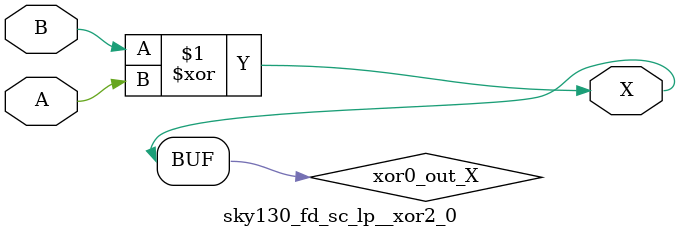
<source format=v>
/*
 * Copyright 2020 The SkyWater PDK Authors
 *
 * Licensed under the Apache License, Version 2.0 (the "License");
 * you may not use this file except in compliance with the License.
 * You may obtain a copy of the License at
 *
 *     https://www.apache.org/licenses/LICENSE-2.0
 *
 * Unless required by applicable law or agreed to in writing, software
 * distributed under the License is distributed on an "AS IS" BASIS,
 * WITHOUT WARRANTIES OR CONDITIONS OF ANY KIND, either express or implied.
 * See the License for the specific language governing permissions and
 * limitations under the License.
 *
 * SPDX-License-Identifier: Apache-2.0
*/


`ifndef SKY130_FD_SC_LP__XOR2_0_FUNCTIONAL_V
`define SKY130_FD_SC_LP__XOR2_0_FUNCTIONAL_V

/**
 * xor2: 2-input exclusive OR.
 *
 *       X = A ^ B
 *
 * Verilog simulation functional model.
 */

`timescale 1ns / 1ps
`default_nettype none

`celldefine
module sky130_fd_sc_lp__xor2_0 (
    X,
    A,
    B
);

    // Module ports
    output X;
    input  A;
    input  B;

    // Local signals
    wire xor0_out_X;

    //  Name  Output      Other arguments
    xor xor0 (xor0_out_X, B, A           );
    buf buf0 (X         , xor0_out_X     );

endmodule
`endcelldefine

`default_nettype wire
`endif  // SKY130_FD_SC_LP__XOR2_0_FUNCTIONAL_V

</source>
